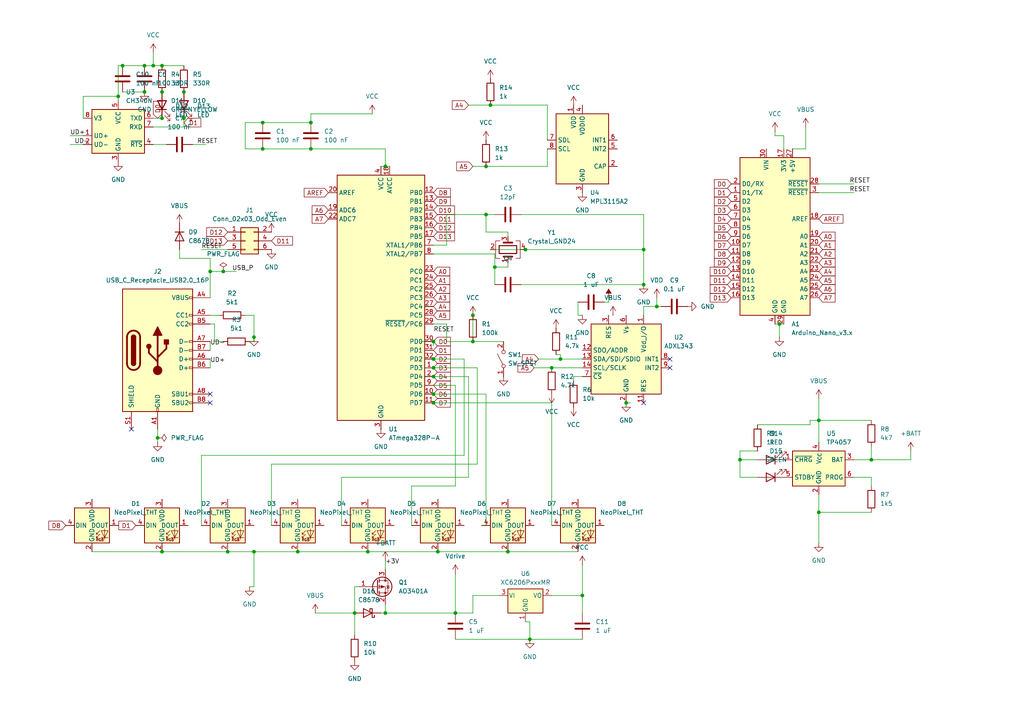
<source format=kicad_sch>
(kicad_sch (version 20231120) (generator "eeschema") (generator_version "8.0")
  (paper "A4")
  (junction (at 142.24 30.48))
  (junction (at 76.2 35.56))
  (junction (at 111.76 48.26))
  (junction (at 41.91 26.67))
  (junction (at 111.76 177.8))
  (junction (at 90.17 35.56))
  (junction (at 162.56 104.14))
  (junction (at 90.17 43.18))
  (junction (at 226.06 93.98))
  (junction (at 46.99 160.02))
  (junction (at 214.63 133.35))
  (junction (at 125.73 114.3))
  (junction (at 53.34 26.67))
  (junction (at 45.72 127))
  (junction (at 35.56 19.05))
  (junction (at 143.51 77.47))
  (junction (at 181.61 116.84))
  (junction (at 34.29 27.94))
  (junction (at 153.67 185.42))
  (junction (at 190.5 88.9))
  (junction (at 66.04 160.02))
  (junction (at 160.02 106.68))
  (junction (at 44.45 19.05))
  (junction (at 86.36 160.02))
  (junction (at 140.97 48.26))
  (junction (at 125.73 109.22))
  (junction (at 46.99 26.67))
  (junction (at 186.69 72.39))
  (junction (at 137.16 99.06))
  (junction (at 147.32 160.02))
  (junction (at 237.49 148.59))
  (junction (at 125.73 116.84))
  (junction (at 76.2 43.18))
  (junction (at 102.87 177.8))
  (junction (at 140.97 62.23))
  (junction (at 237.49 121.92))
  (junction (at 152.4 72.39))
  (junction (at 41.91 19.05))
  (junction (at 186.69 82.55))
  (junction (at 125.73 99.06))
  (junction (at 137.16 91.44))
  (junction (at 46.99 19.05))
  (junction (at 60.96 78.74))
  (junction (at 125.73 106.68))
  (junction (at 46.99 34.29))
  (junction (at 53.34 34.29))
  (junction (at 252.73 133.35))
  (junction (at 168.91 172.72))
  (junction (at 127 160.02))
  (junction (at 106.68 160.02))
  (junction (at 125.73 104.14))
  (junction (at 73.66 160.02))
  (junction (at 64.77 78.74))
  (junction (at 73.66 97.79))
  (junction (at 132.08 177.8))
  (no_connect (at 186.69 116.84))
  (no_connect (at 60.96 114.3))
  (no_connect (at 194.31 104.14))
  (no_connect (at 194.31 106.68))
  (no_connect (at 60.96 116.84))
  (no_connect (at 38.1 124.46))
  (wire (pts (xy 111.76 43.18) (xy 111.76 48.26)))
  (wire (pts (xy 125.73 104.14) (xy 134.62 104.14)))
  (wire (pts (xy 52.07 72.39) (xy 52.07 74.93)))
  (wire (pts (xy 151.13 62.23) (xy 186.69 62.23)))
  (wire (pts (xy 135.89 109.22) (xy 135.89 138.43)))
  (wire (pts (xy 52.07 74.93) (xy 60.96 74.93)))
  (wire (pts (xy 102.87 177.8) (xy 102.87 170.18)))
  (wire (pts (xy 90.17 33.02) (xy 107.95 33.02)))
  (wire (pts (xy 142.24 30.48) (xy 158.75 30.48)))
  (wire (pts (xy 252.73 133.35) (xy 264.16 133.35)))
  (wire (pts (xy 53.34 34.29) (xy 53.34 36.83)))
  (wire (pts (xy 102.87 184.15) (xy 102.87 177.8)))
  (wire (pts (xy 44.45 19.05) (xy 46.99 19.05)))
  (wire (pts (xy 226.06 93.98) (xy 227.33 93.98)))
  (wire (pts (xy 219.71 123.19) (xy 234.95 123.19)))
  (wire (pts (xy 125.73 100.33) (xy 125.73 99.06)))
  (wire (pts (xy 35.56 19.05) (xy 34.29 19.05)))
  (wire (pts (xy 123.19 109.22) (xy 125.73 109.22)))
  (wire (pts (xy 60.96 91.44) (xy 63.5 91.44)))
  (wire (pts (xy 160.02 172.72) (xy 168.91 172.72)))
  (wire (pts (xy 123.19 104.14) (xy 125.73 104.14)))
  (wire (pts (xy 134.62 132.08) (xy 134.62 104.14)))
  (wire (pts (xy 237.49 55.88) (xy 247.65 55.88)))
  (wire (pts (xy 186.69 88.9) (xy 186.69 91.44)))
  (wire (pts (xy 46.99 160.02) (xy 66.04 160.02)))
  (wire (pts (xy 125.73 73.66) (xy 143.51 73.66)))
  (wire (pts (xy 58.42 72.39) (xy 66.04 72.39)))
  (wire (pts (xy 123.19 88.9) (xy 125.73 88.9)))
  (wire (pts (xy 181.61 118.11) (xy 181.61 116.84)))
  (wire (pts (xy 137.16 91.44) (xy 137.16 99.06)))
  (wire (pts (xy 186.69 82.55) (xy 186.69 72.39)))
  (wire (pts (xy 214.63 133.35) (xy 214.63 138.43)))
  (wire (pts (xy 137.16 177.8) (xy 137.16 172.72)))
  (wire (pts (xy 140.97 67.31) (xy 147.32 67.31)))
  (wire (pts (xy 237.49 121.92) (xy 237.49 128.27)))
  (wire (pts (xy 214.63 133.35) (xy 219.71 133.35)))
  (wire (pts (xy 76.2 35.56) (xy 90.17 35.56)))
  (wire (pts (xy 167.64 91.44) (xy 168.91 91.44)))
  (wire (pts (xy 190.5 88.9) (xy 191.77 88.9)))
  (wire (pts (xy 55.88 41.91) (xy 59.69 41.91)))
  (wire (pts (xy 162.56 102.87) (xy 162.56 104.14)))
  (wire (pts (xy 190.5 88.9) (xy 186.69 88.9)))
  (wire (pts (xy 147.32 67.31) (xy 147.32 68.58)))
  (wire (pts (xy 140.97 48.26) (xy 158.75 48.26)))
  (wire (pts (xy 111.76 48.26) (xy 110.49 48.26)))
  (wire (pts (xy 229.87 43.18) (xy 233.68 43.18)))
  (wire (pts (xy 60.96 86.36) (xy 60.96 78.74)))
  (wire (pts (xy 154.94 106.68) (xy 160.02 106.68)))
  (wire (pts (xy 90.17 43.18) (xy 111.76 43.18)))
  (wire (pts (xy 71.12 43.18) (xy 76.2 43.18)))
  (wire (pts (xy 110.49 177.8) (xy 111.76 177.8)))
  (wire (pts (xy 86.36 160.02) (xy 106.68 160.02)))
  (wire (pts (xy 132.08 111.76) (xy 132.08 140.97)))
  (wire (pts (xy 153.67 185.42) (xy 153.67 180.34)))
  (wire (pts (xy 237.49 143.51) (xy 237.49 148.59)))
  (wire (pts (xy 137.16 99.06) (xy 146.05 99.06)))
  (wire (pts (xy 111.76 48.26) (xy 113.03 48.26)))
  (wire (pts (xy 44.45 41.91) (xy 48.26 41.91)))
  (wire (pts (xy 73.66 160.02) (xy 86.36 160.02)))
  (wire (pts (xy 66.04 160.02) (xy 73.66 160.02)))
  (wire (pts (xy 62.23 99.06) (xy 62.23 93.98)))
  (wire (pts (xy 72.39 99.06) (xy 73.66 99.06)))
  (wire (pts (xy 214.63 138.43) (xy 219.71 138.43)))
  (wire (pts (xy 64.77 78.74) (xy 68.58 78.74)))
  (wire (pts (xy 140.97 62.23) (xy 129.54 62.23)))
  (wire (pts (xy 186.69 62.23) (xy 186.69 72.39)))
  (wire (pts (xy 46.99 19.05) (xy 53.34 19.05)))
  (wire (pts (xy 153.67 185.42) (xy 168.91 185.42)))
  (wire (pts (xy 227.33 43.18) (xy 227.33 39.37)))
  (wire (pts (xy 20.32 39.37) (xy 24.13 39.37)))
  (wire (pts (xy 234.95 123.19) (xy 234.95 121.92)))
  (wire (pts (xy 142.24 72.39) (xy 152.4 72.39)))
  (wire (pts (xy 44.45 15.24) (xy 44.45 19.05)))
  (wire (pts (xy 167.64 87.63) (xy 167.64 91.44)))
  (wire (pts (xy 138.43 134.62) (xy 78.74 134.62)))
  (wire (pts (xy 73.66 99.06) (xy 73.66 97.79)))
  (wire (pts (xy 168.91 172.72) (xy 168.91 177.8)))
  (wire (pts (xy 90.17 33.02) (xy 90.17 35.56)))
  (wire (pts (xy 62.23 93.98) (xy 60.96 93.98)))
  (wire (pts (xy 140.97 152.4) (xy 139.7 152.4)))
  (wire (pts (xy 73.66 170.18) (xy 72.39 170.18)))
  (wire (pts (xy 181.61 116.84) (xy 182.88 116.84)))
  (wire (pts (xy 53.34 36.83) (xy 44.45 36.83)))
  (wire (pts (xy 140.97 62.23) (xy 140.97 67.31)))
  (wire (pts (xy 60.96 99.06) (xy 60.96 101.6)))
  (wire (pts (xy 106.68 160.02) (xy 127 160.02)))
  (wire (pts (xy 73.66 91.44) (xy 73.66 97.79)))
  (wire (pts (xy 76.2 43.18) (xy 90.17 43.18)))
  (wire (pts (xy 147.32 160.02) (xy 167.64 160.02)))
  (wire (pts (xy 123.19 106.68) (xy 125.73 106.68)))
  (wire (pts (xy 151.13 82.55) (xy 186.69 82.55)))
  (wire (pts (xy 45.72 127) (xy 45.72 128.27)))
  (wire (pts (xy 78.74 134.62) (xy 78.74 152.4)))
  (wire (pts (xy 99.06 138.43) (xy 99.06 152.4)))
  (wire (pts (xy 237.49 115.57) (xy 237.49 121.92)))
  (wire (pts (xy 44.45 19.05) (xy 41.91 19.05)))
  (wire (pts (xy 224.79 38.1) (xy 224.79 39.37)))
  (wire (pts (xy 214.63 130.81) (xy 214.63 133.35)))
  (wire (pts (xy 176.53 86.36) (xy 176.53 87.63)))
  (wire (pts (xy 58.42 152.4) (xy 58.42 132.08)))
  (wire (pts (xy 138.43 106.68) (xy 138.43 134.62)))
  (wire (pts (xy 62.23 99.06) (xy 64.77 99.06)))
  (wire (pts (xy 125.73 106.68) (xy 138.43 106.68)))
  (wire (pts (xy 161.29 102.87) (xy 162.56 102.87)))
  (wire (pts (xy 73.66 160.02) (xy 73.66 170.18)))
  (wire (pts (xy 24.13 27.94) (xy 34.29 27.94)))
  (wire (pts (xy 123.19 116.84) (xy 125.73 116.84)))
  (wire (pts (xy 111.76 177.8) (xy 111.76 175.26)))
  (wire (pts (xy 111.76 162.56) (xy 111.76 165.1)))
  (wire (pts (xy 123.19 101.6) (xy 125.73 101.6)))
  (wire (pts (xy 234.95 121.92) (xy 237.49 121.92)))
  (wire (pts (xy 168.91 163.83) (xy 168.91 172.72)))
  (wire (pts (xy 143.51 77.47) (xy 143.51 82.55)))
  (wire (pts (xy 91.44 177.8) (xy 102.87 177.8)))
  (wire (pts (xy 34.29 27.94) (xy 34.29 29.21)))
  (wire (pts (xy 24.13 34.29) (xy 24.13 27.94)))
  (wire (pts (xy 58.42 132.08) (xy 134.62 132.08)))
  (wire (pts (xy 166.37 110.49) (xy 166.37 109.22)))
  (wire (pts (xy 121.92 99.06) (xy 125.73 99.06)))
  (wire (pts (xy 123.19 114.3) (xy 125.73 114.3)))
  (wire (pts (xy 264.16 130.81) (xy 264.16 133.35)))
  (wire (pts (xy 143.51 73.66) (xy 143.51 77.47)))
  (wire (pts (xy 176.53 87.63) (xy 175.26 87.63)))
  (wire (pts (xy 35.56 26.67) (xy 41.91 26.67)))
  (wire (pts (xy 129.54 62.23) (xy 129.54 71.12)))
  (wire (pts (xy 137.16 48.26) (xy 140.97 48.26)))
  (wire (pts (xy 44.45 34.29) (xy 46.99 34.29)))
  (wire (pts (xy 162.56 104.14) (xy 168.91 104.14)))
  (wire (pts (xy 125.73 114.3) (xy 140.97 114.3)))
  (wire (pts (xy 102.87 170.18) (xy 104.14 170.18)))
  (wire (pts (xy 226.06 93.98) (xy 226.06 97.79)))
  (wire (pts (xy 237.49 53.34) (xy 247.65 53.34)))
  (wire (pts (xy 132.08 177.8) (xy 137.16 177.8)))
  (wire (pts (xy 158.75 48.26) (xy 158.75 43.18)))
  (wire (pts (xy 160.02 116.84) (xy 160.02 152.4)))
  (wire (pts (xy 60.96 78.74) (xy 64.77 78.74)))
  (wire (pts (xy 156.21 104.14) (xy 162.56 104.14)))
  (wire (pts (xy 60.96 78.74) (xy 60.96 74.93)))
  (wire (pts (xy 247.65 138.43) (xy 252.73 138.43)))
  (wire (pts (xy 166.37 109.22) (xy 168.91 109.22)))
  (wire (pts (xy 140.97 114.3) (xy 140.97 152.4)))
  (wire (pts (xy 20.32 41.91) (xy 24.13 41.91)))
  (wire (pts (xy 129.54 93.98) (xy 125.73 93.98)))
  (wire (pts (xy 26.67 160.02) (xy 46.99 160.02)))
  (wire (pts (xy 71.12 35.56) (xy 71.12 43.18)))
  (wire (pts (xy 237.49 148.59) (xy 237.49 157.48)))
  (wire (pts (xy 111.76 177.8) (xy 132.08 177.8)))
  (wire (pts (xy 45.72 124.46) (xy 45.72 127)))
  (wire (pts (xy 129.54 99.06) (xy 129.54 93.98)))
  (wire (pts (xy 41.91 19.05) (xy 35.56 19.05)))
  (wire (pts (xy 247.65 133.35) (xy 252.73 133.35)))
  (wire (pts (xy 252.73 138.43) (xy 252.73 140.97)))
  (wire (pts (xy 233.68 43.18) (xy 233.68 36.83)))
  (wire (pts (xy 158.75 30.48) (xy 158.75 40.64)))
  (wire (pts (xy 125.73 116.84) (xy 160.02 116.84)))
  (wire (pts (xy 119.38 140.97) (xy 119.38 152.4)))
  (wire (pts (xy 160.02 106.68) (xy 168.91 106.68)))
  (wire (pts (xy 60.96 104.14) (xy 60.96 106.68)))
  (wire (pts (xy 135.89 30.48) (xy 142.24 30.48)))
  (wire (pts (xy 224.79 93.98) (xy 226.06 93.98)))
  (wire (pts (xy 219.71 130.81) (xy 214.63 130.81)))
  (wire (pts (xy 190.5 86.36) (xy 190.5 88.9)))
  (wire (pts (xy 129.54 71.12) (xy 125.73 71.12)))
  (wire (pts (xy 137.16 172.72) (xy 144.78 172.72)))
  (wire (pts (xy 71.12 35.56) (xy 76.2 35.56)))
  (wire (pts (xy 125.73 111.76) (xy 132.08 111.76)))
  (wire (pts (xy 132.08 185.42) (xy 153.67 185.42)))
  (wire (pts (xy 143.51 62.23) (xy 140.97 62.23)))
  (wire (pts (xy 125.73 109.22) (xy 135.89 109.22)))
  (wire (pts (xy 143.51 77.47) (xy 147.32 77.47)))
  (wire (pts (xy 152.4 72.39) (xy 186.69 72.39)))
  (wire (pts (xy 34.29 19.05) (xy 34.29 27.94)))
  (wire (pts (xy 127 160.02) (xy 147.32 160.02)))
  (wire (pts (xy 153.67 180.34) (xy 152.4 180.34)))
  (wire (pts (xy 132.08 140.97) (xy 119.38 140.97)))
  (wire (pts (xy 252.73 121.92) (xy 237.49 121.92)))
  (wire (pts (xy 147.32 76.2) (xy 147.32 77.47)))
  (wire (pts (xy 137.16 99.06) (xy 129.54 99.06)))
  (wire (pts (xy 252.73 129.54) (xy 252.73 133.35)))
  (wire (pts (xy 135.89 138.43) (xy 99.06 138.43)))
  (wire (pts (xy 71.12 91.44) (xy 73.66 91.44)))
  (wire (pts (xy 237.49 148.59) (xy 252.73 148.59)))
  (wire (pts (xy 132.08 177.8) (xy 132.08 166.37)))
  (wire (pts (xy 227.33 39.37) (xy 224.79 39.37)))
  (label "RESET" (at 246.38 53.34 0))
  (label "USB_P" (at 67.31 78.74 0))
  (label "RESET" (at 57.15 41.91 0))
  (label "UD-" (at 21.59 41.91 0))
  (label "+3V" (at 111.76 163.83 0))
  (label "UD+" (at 60.96 105.41 0))
  (label "UD-" (at 60.96 100.33 0))
  (label "RESET" (at 246.38 55.88 0))
  (label "RESET" (at 125.73 96.52 0))
  (label "RESET" (at 58.42 72.39 0))
  (label "UD+" (at 20.32 39.37 0))
  (global_label "D1" (shape input) (at 212.09 55.88 180) (property "Intersheetrefs" "${INTERSHEET_REFS}" (effects (hide yes))))
  (global_label "A1" (shape input) (at 237.49 71.12 0) (property "Intersheetrefs" "${INTERSHEET_REFS}" (effects (hide yes))))
  (global_label "A3" (shape input) (at 237.49 76.2 0) (property "Intersheetrefs" "${INTERSHEET_REFS}" (effects (hide yes))))
  (global_label "D9" (shape input) (at 212.09 76.2 180) (property "Intersheetrefs" "${INTERSHEET_REFS}" (effects (hide yes))))
  (global_label "A6" (shape input) (at 95.25 60.96 180) (property "Intersheetrefs" "${INTERSHEET_REFS}" (effects (hide yes))))
  (global_label "D7" (shape input) (at 212.09 71.12 180) (property "Intersheetrefs" "${INTERSHEET_REFS}" (effects (hide yes))))
  (global_label "A7" (shape input) (at 237.49 86.36 0) (property "Intersheetrefs" "${INTERSHEET_REFS}" (effects (hide yes))))
  (global_label "D3" (shape input) (at 212.09 60.96 180) (property "Intersheetrefs" "${INTERSHEET_REFS}" (effects (hide yes))))
  (global_label "D12" (shape input) (at 66.04 67.31 180) (property "Intersheetrefs" "${INTERSHEET_REFS}" (effects (hide yes))))
  (global_label "D12" (shape input) (at 125.73 66.04 0) (property "Intersheetrefs" "${INTERSHEET_REFS}" (effects (hide yes))))
  (global_label "D9" (shape input) (at 125.73 58.42 0) (property "Intersheetrefs" "${INTERSHEET_REFS}" (effects (hide yes))))
  (global_label "A5" (shape input) (at 237.49 81.28 0) (property "Intersheetrefs" "${INTERSHEET_REFS}" (effects (hide yes))))
  (global_label "D8" (shape input) (at 212.09 73.66 180) (property "Intersheetrefs" "${INTERSHEET_REFS}" (effects (hide yes))))
  (global_label "D13" (shape input) (at 125.73 68.58 0) (property "Intersheetrefs" "${INTERSHEET_REFS}" (effects (hide yes))))
  (global_label "D2" (shape input) (at 212.09 58.42 180) (property "Intersheetrefs" "${INTERSHEET_REFS}" (effects (hide yes))))
  (global_label "D5" (shape input) (at 212.09 66.04 180) (property "Intersheetrefs" "${INTERSHEET_REFS}" (effects (hide yes))))
  (global_label "A5" (shape input) (at 154.94 106.68 180) (property "Intersheetrefs" "${INTERSHEET_REFS}" (effects (hide yes))))
  (global_label "D10" (shape input) (at 125.73 60.96 0) (property "Intersheetrefs" "${INTERSHEET_REFS}" (effects (hide yes))))
  (global_label "D12" (shape input) (at 212.09 83.82 180) (property "Intersheetrefs" "${INTERSHEET_REFS}" (effects (hide yes))))
  (global_label "D6" (shape input) (at 212.09 68.58 180) (property "Intersheetrefs" "${INTERSHEET_REFS}" (effects (hide yes))))
  (global_label "A5" (shape input) (at 125.73 91.44 0) (property "Intersheetrefs" "${INTERSHEET_REFS}" (effects (hide yes))))
  (global_label "A4" (shape input) (at 237.49 78.74 0) (property "Intersheetrefs" "${INTERSHEET_REFS}" (effects (hide yes))))
  (global_label "D10" (shape input) (at 212.09 78.74 180) (property "Intersheetrefs" "${INTERSHEET_REFS}" (effects (hide yes))))
  (global_label "AREF" (shape input) (at 237.49 63.5 0) (property "Intersheetrefs" "${INTERSHEET_REFS}" (effects (hide yes))))
  (global_label "D1" (shape input) (at 39.37 152.4 180) (property "Intersheetrefs" "${INTERSHEET_REFS}" (effects (hide yes))))
  (global_label "D11" (shape input) (at 125.73 63.5 0) (property "Intersheetrefs" "${INTERSHEET_REFS}" (effects (hide yes))))
  (global_label "A0" (shape input) (at 237.49 68.58 0) (property "Intersheetrefs" "${INTERSHEET_REFS}" (effects (hide yes))))
  (global_label "D5" (shape input) (at 125.73 111.76 0) (property "Intersheetrefs" "${INTERSHEET_REFS}" (effects (hide yes))))
  (global_label "D7" (shape input) (at 125.73 116.84 0) (property "Intersheetrefs" "${INTERSHEET_REFS}" (effects (hide yes))))
  (global_label "D0" (shape input) (at 212.09 53.34 180) (property "Intersheetrefs" "${INTERSHEET_REFS}" (effects (hide yes))))
  (global_label "D8" (shape input) (at 125.73 55.88 0) (property "Intersheetrefs" "${INTERSHEET_REFS}" (effects (hide yes))))
  (global_label "A4" (shape input) (at 156.21 104.14 180) (property "Intersheetrefs" "${INTERSHEET_REFS}" (effects (hide yes))))
  (global_label "A2" (shape input) (at 237.49 73.66 0) (property "Intersheetrefs" "${INTERSHEET_REFS}" (effects (hide yes))))
  (global_label "D11" (shape input) (at 212.09 81.28 180) (property "Intersheetrefs" "${INTERSHEET_REFS}" (effects (hide yes))))
  (global_label "A1" (shape input) (at 125.73 81.28 0) (property "Intersheetrefs" "${INTERSHEET_REFS}" (effects (hide yes))))
  (global_label "A6" (shape input) (at 237.49 83.82 0) (property "Intersheetrefs" "${INTERSHEET_REFS}" (effects (hide yes))))
  (global_label "A3" (shape input) (at 125.73 86.36 0) (property "Intersheetrefs" "${INTERSHEET_REFS}" (effects (hide yes))))
  (global_label "D4" (shape input) (at 212.09 63.5 180) (property "Intersheetrefs" "${INTERSHEET_REFS}" (effects (hide yes))))
  (global_label "D0" (shape input) (at 45.72 34.29 90) (property "Intersheetrefs" "${INTERSHEET_REFS}" (effects (hide yes))))
  (global_label "D1" (shape input) (at 125.73 101.6 0) (property "Intersheetrefs" "${INTERSHEET_REFS}" (effects (hide yes))))
  (global_label "D8" (shape input) (at 19.05 152.4 180) (property "Intersheetrefs" "${INTERSHEET_REFS}" (effects (hide yes))))
  (global_label "AREF" (shape input) (at 95.25 55.88 180) (property "Intersheetrefs" "${INTERSHEET_REFS}" (effects (hide yes))))
  (global_label "D4" (shape input) (at 125.73 109.22 0) (property "Intersheetrefs" "${INTERSHEET_REFS}" (effects (hide yes))))
  (global_label "A0" (shape input) (at 125.73 78.74 0) (property "Intersheetrefs" "${INTERSHEET_REFS}" (effects (hide yes))))
  (global_label "D1" (shape input) (at 53.34 35.56 0) (property "Intersheetrefs" "${INTERSHEET_REFS}" (effects (hide yes))))
  (global_label "D13" (shape input) (at 66.04 69.85 180) (property "Intersheetrefs" "${INTERSHEET_REFS}" (effects (hide yes))))
  (global_label "D11" (shape input) (at 78.74 69.85 0) (property "Intersheetrefs" "${INTERSHEET_REFS}" (effects (hide yes))))
  (global_label "D6" (shape input) (at 125.73 114.3 0) (property "Intersheetrefs" "${INTERSHEET_REFS}" (effects (hide yes))))
  (global_label "A7" (shape input) (at 95.25 63.5 180) (property "Intersheetrefs" "${INTERSHEET_REFS}" (effects (hide yes))))
  (global_label "A4" (shape input) (at 135.89 30.48 180) (property "Intersheetrefs" "${INTERSHEET_REFS}" (effects (hide yes))))
  (global_label "A2" (shape input) (at 125.73 83.82 0) (property "Intersheetrefs" "${INTERSHEET_REFS}" (effects (hide yes))))
  (global_label "D0" (shape input) (at 125.73 99.06 0) (property "Intersheetrefs" "${INTERSHEET_REFS}" (effects (hide yes))))
  (global_label "D3" (shape input) (at 125.73 106.68 0) (property "Intersheetrefs" "${INTERSHEET_REFS}" (effects (hide yes))))
  (global_label "A4" (shape input) (at 125.73 88.9 0) (property "Intersheetrefs" "${INTERSHEET_REFS}" (effects (hide yes))))
  (global_label "D2" (shape input) (at 125.73 104.14 0) (property "Intersheetrefs" "${INTERSHEET_REFS}" (effects (hide yes))))
  (global_label "A5" (shape input) (at 137.16 48.26 180) (property "Intersheetrefs" "${INTERSHEET_REFS}" (effects (hide yes))))
  (global_label "D13" (shape input) (at 212.09 86.36 180) (property "Intersheetrefs" "${INTERSHEET_REFS}" (effects (hide yes))))
  (symbol (lib_id "power:VCC") (at 78.74 67.31 0) (unit 1)
    (property "Reference" "#PWR06" (effects (hide yes)))
    (property "Value" "VCC" (at 78.74 62.23 0))
    (property "Description" "Power symbol creates a global label with name \"VCC\"" (effects (hide yes)))
  )
  (symbol (lib_id "LED:NeoPixel_THT") (at 86.36 152.4 0) (unit 1)
    (property "Reference" "D4" (at 99.06 146.0814 0))
    (property "Value" "NeoPixel_THT" (at 99.06 148.6214 0))
    (property "Footprint" "LED_SMD:LED_WS2812_PLCC6_5.0x5.0mm_P1.6mm" (effects (hide yes)))
    (property "Datasheet" "https://www.adafruit.com/product/1938" (effects (hide yes)))
    (property "Description" "RGB LED with integrated controller, 5mm/8mm LED package" (effects (hide yes)))
  )
  (symbol (lib_id "power:VBUS") (at 177.8 91.44 0) (unit 1)
    (property "Reference" "#PWR028" (effects (hide yes)))
    (property "Value" "VBUS" (at 177.8 86.36 0))
    (property "Description" "Power symbol creates a global label with name \"VBUS\"" (effects (hide yes)))
  )
  (symbol (lib_id "power:GND") (at 41.91 26.67 0) (unit 1)
    (property "Reference" "#PWR017" (effects (hide yes)))
    (property "Value" "GND" (at 41.91 31.75 0))
    (property "Description" "Power symbol creates a global label with name \"GND\" , ground" (effects (hide yes)))
  )
  (symbol (lib_id "Device:D") (at 53.34 30.48 90) (unit 1)
    (property "Reference" "D10" (at 55.88 29.2099 90) (effects (justify right)))
    (property "Value" "YELLOW" (at 55.88 31.7499 90) (effects (justify right)))
    (property "Footprint" "Diode_SMD:D_SMC_Handsoldering" (effects (hide yes)))
    (property "Description" "Diode" (effects (hide yes)))
    (property "Sim.Device" "D" (effects (hide yes)))
    (property "Sim.Pins" "1=K 2=A" (effects (hide yes)))
  )
  (symbol (lib_id "Device:R") (at 140.97 44.45 0) (unit 1)
    (property "Reference" "R13" (at 143.51 43.1799 0) (effects (justify left)))
    (property "Value" "1k" (at 143.51 45.7199 0) (effects (justify left)))
    (property "Footprint" "Resistor_SMD:R_0805_2012Metric_Pad1.20x1.40mm_HandSolder" (effects (hide yes)))
    (property "Description" "Resistor" (effects (hide yes)))
  )
  (symbol (lib_id "power:VCC") (at 107.95 33.02 0) (unit 1)
    (property "Reference" "#PWR01" (effects (hide yes)))
    (property "Value" "VCC" (at 107.95 27.94 0))
    (property "Description" "Power symbol creates a global label with name \"VCC\"" (effects (hide yes)))
  )
  (symbol (lib_id "power:VCC") (at 161.29 95.25 0) (unit 1)
    (property "Reference" "#PWR036" (effects (hide yes)))
    (property "Value" "VCC" (at 161.29 90.17 0))
    (property "Description" "Power symbol creates a global label with name \"VCC\"" (effects (hide yes)))
  )
  (symbol (lib_id "power:GND") (at 237.49 157.48 0) (unit 1)
    (property "Reference" "#PWR014" (effects (hide yes)))
    (property "Value" "GND" (at 237.49 162.56 0))
    (property "Description" "Power symbol creates a global label with name \"GND\" , ground" (effects (hide yes)))
  )
  (symbol (lib_id "Device:R") (at 166.37 114.3 0) (unit 1)
    (property "Reference" "R6" (at 168.91 113.0299 0) (effects (justify left)))
    (property "Value" "10k" (at 168.91 115.5699 0) (effects (justify left)))
    (property "Footprint" "Resistor_SMD:R_0805_2012Metric_Pad1.20x1.40mm_HandSolder" (effects (hide yes)))
    (property "Description" "Resistor" (effects (hide yes)))
  )
  (symbol (lib_id "Device:R") (at 252.73 125.73 0) (unit 1)
    (property "Reference" "R8" (at 255.27 124.4599 0) (effects (justify left)))
    (property "Value" "4k7" (at 255.27 126.9999 0) (effects (justify left)))
    (property "Footprint" "Resistor_SMD:R_0805_2012Metric_Pad1.20x1.40mm_HandSolder" (effects (hide yes)))
    (property "Description" "Resistor" (effects (hide yes)))
  )
  (symbol (lib_id "power:GND") (at 186.69 82.55 0) (unit 1)
    (property "Reference" "#PWR03" (effects (hide yes)))
    (property "Value" "GND" (at 186.69 87.63 0))
    (property "Description" "Power symbol creates a global label with name \"GND\" , ground" (effects (hide yes)))
  )
  (symbol (lib_id "Device:C") (at 195.58 88.9 90) (unit 1)
    (property "Reference" "C9" (at 195.58 81.28 90))
    (property "Value" "0.1 uF" (at 195.58 83.82 90))
    (property "Footprint" "Capacitor_SMD:C_0805_2012Metric_Pad1.18x1.45mm_HandSolder" (effects (hide yes)))
    (property "Description" "Unpolarized capacitor" (effects (hide yes)))
  )
  (symbol (lib_id "power:VBUS") (at 233.68 36.83 0) (unit 1)
    (property "Reference" "#PWR026" (effects (hide yes)))
    (property "Value" "VBUS" (at 233.68 31.75 0))
    (property "Description" "Power symbol creates a global label with name \"VBUS\"" (effects (hide yes)))
  )
  (symbol (lib_id "Regulator_Linear:XC6206PxxxMR") (at 152.4 172.72 0) (unit 1)
    (property "Reference" "U6" (at 152.4 166.37 0))
    (property "Value" "XC6206PxxxMR" (at 152.4 168.91 0))
    (property "Footprint" "Package_TO_SOT_SMD:SOT-23-3" (effects (hide yes)))
    (property "Datasheet" "https://www.torexsemi.com/file/xc6206/XC6206.pdf" (effects (hide yes)))
    (property "Description" "Positive 60-250mA Low Dropout Regulator, Fixed Output, SOT-23" (effects (hide yes)))
  )
  (symbol (lib_id "Device:C") (at 76.2 39.37 0) (unit 1)
    (property "Reference" "C1" (at 80.01 38.0999 0) (effects (justify left)))
    (property "Value" "100 nF" (at 80.01 40.6399 0) (effects (justify left)))
    (property "Footprint" "Capacitor_SMD:C_0805_2012Metric_Pad1.18x1.45mm_HandSolder" (effects (hide yes)))
    (property "Description" "Unpolarized capacitor" (effects (hide yes)))
  )
  (symbol (lib_id "power:GND") (at 226.06 97.79 0) (unit 1)
    (property "Reference" "#PWR024" (effects (hide yes)))
    (property "Value" "GND" (at 226.06 102.87 0))
    (property "Description" "Power symbol creates a global label with name \"GND\" , ground" (effects (hide yes)))
  )
  (symbol (lib_id "power:GND") (at 110.49 124.46 0) (unit 1)
    (property "Reference" "#PWR02" (effects (hide yes)))
    (property "Value" "GND" (at 110.49 129.54 0))
    (property "Description" "Power symbol creates a global label with name \"GND\" , ground" (effects (hide yes)))
  )
  (symbol (lib_id "LED:NeoPixel_THT") (at 46.99 152.4 0) (unit 1)
    (property "Reference" "D2" (at 59.69 146.0814 0))
    (property "Value" "NeoPixel_THT" (at 59.69 148.6214 0))
    (property "Footprint" "LED_SMD:LED_WS2812_PLCC6_5.0x5.0mm_P1.6mm" (effects (hide yes)))
    (property "Datasheet" "https://www.adafruit.com/product/1938" (effects (hide yes)))
    (property "Description" "RGB LED with integrated controller, 5mm/8mm LED package" (effects (hide yes)))
  )
  (symbol (lib_id "power:GND") (at 146.05 109.22 0) (unit 1)
    (property "Reference" "#PWR05" (effects (hide yes)))
    (property "Value" "GND" (at 146.05 114.3 0))
    (property "Description" "Power symbol creates a global label with name \"GND\" , ground" (effects (hide yes)))
  )
  (symbol (lib_id "power:GND") (at 168.91 91.44 0) (unit 1)
    (property "Reference" "#PWR018" (effects (hide yes)))
    (property "Value" "GND" (at 168.91 96.52 0))
    (property "Description" "Power symbol creates a global label with name \"GND\" , ground" (effects (hide yes)))
  )
  (symbol (lib_id "power:GND") (at 153.67 185.42 0) (unit 1)
    (property "Reference" "#PWR035" (effects (hide yes)))
    (property "Value" "GND" (at 153.67 190.5 0))
    (property "Description" "Power symbol creates a global label with name \"GND\" , ground" (effects (hide yes)))
  )
  (symbol (lib_id "Device:D_Schottky") (at 106.68 177.8 180) (unit 1)
    (property "Reference" "D16" (at 106.9975 171.45 0))
    (property "Value" "C8678" (at 106.9975 173.99 0))
    (property "Footprint" "Diode_SMD:D_SMA" (effects (hide yes)))
    (property "Description" "Schottky diode" (effects (hide yes)))
  )
  (symbol (lib_id "Device:LED") (at 223.52 138.43 180) (unit 1)
    (property "Reference" "D15" (at 225.1075 130.81 0))
    (property "Value" "GREEN" (at 225.1075 133.35 0))
    (property "Footprint" "Diode_SMD:D_1206_3216Metric_Pad1.42x1.75mm_HandSolder" (effects (hide yes)))
    (property "Description" "Light emitting diode" (effects (hide yes)))
  )
  (symbol (lib_id "power:PWR_FLAG") (at 64.77 78.74 0) (unit 1)
    (property "Reference" "#FLG02" (effects (hide yes)))
    (property "Value" "PWR_FLAG" (at 64.77 73.66 0))
    (property "Description" "Special symbol for telling ERC where power comes from" (effects (hide yes)))
  )
  (symbol (lib_id "MCU_Microchip_ATmega:ATmega328P-A") (at 110.49 86.36 0) (unit 1)
    (property "Reference" "U1" (at 112.6841 124.46 0) (effects (justify left)))
    (property "Value" "ATmega328P-A" (at 112.6841 127 0) (effects (justify left)))
    (property "Footprint" "Package_QFP:TQFP-32_7x7mm_P0.8mm" (effects (hide yes)))
    (property "Datasheet" "http://ww1.microchip.com/downloads/en/DeviceDoc/ATmega328_P%20AVR%20MCU%20with%20picoPower%20Technology%20Data%20Sheet%2040001984A.pdf" (effects (hide yes)))
    (property "Description" "20MHz, 32kB Flash, 2kB SRAM, 1kB EEPROM, TQFP-32" (effects (hide yes)))
  )
  (symbol (lib_id "Device:C") (at 41.91 22.86 0) (unit 1)
    (property "Reference" "C6" (at 45.72 21.5899 0) (effects (justify left)))
    (property "Value" "100 nF" (at 45.72 24.1299 0) (effects (justify left)))
    (property "Footprint" "Capacitor_SMD:C_0805_2012Metric_Pad1.18x1.45mm_HandSolder" (effects (hide yes)))
    (property "Description" "Unpolarized capacitor" (effects (hide yes)))
  )
  (symbol (lib_id "power:VCC") (at 166.37 118.11 180) (unit 1)
    (property "Reference" "#PWR021" (effects (hide yes)))
    (property "Value" "VCC" (at 166.37 123.19 0))
    (property "Description" "Power symbol creates a global label with name \"VCC\"" (effects (hide yes)))
  )
  (symbol (lib_id "Device:C") (at 147.32 82.55 90) (unit 1)
    (property "Reference" "C4" (at 147.32 74.93 90))
    (property "Value" "12pF" (effects (hide yes)))
    (property "Footprint" "Capacitor_SMD:C_0805_2012Metric_Pad1.18x1.45mm_HandSolder" (effects (hide yes)))
    (property "Description" "Unpolarized capacitor" (effects (hide yes)))
  )
  (symbol (lib_id "power:VBUS") (at 91.44 177.8 0) (unit 1)
    (property "Reference" "#PWR030" (effects (hide yes)))
    (property "Value" "VBUS" (at 91.44 172.72 0))
    (property "Description" "Power symbol creates a global label with name \"VBUS\"" (effects (hide yes)))
  )
  (symbol (lib_id "Device:R") (at 161.29 99.06 0) (unit 1)
    (property "Reference" "R11" (at 163.83 97.7899 0) (effects (justify left)))
    (property "Value" "4.7k" (at 163.83 100.3299 0) (effects (justify left)))
    (property "Footprint" "Resistor_SMD:R_0805_2012Metric_Pad1.20x1.40mm_HandSolder" (effects (hide yes)))
    (property "Description" "Resistor" (effects (hide yes)))
  )
  (symbol (lib_id "Device:R") (at 102.87 187.96 0) (unit 1)
    (property "Reference" "R10" (at 105.41 186.6899 0) (effects (justify left)))
    (property "Value" "10k" (at 105.41 189.2299 0) (effects (justify left)))
    (property "Footprint" "Resistor_SMD:R_0805_2012Metric_Pad1.20x1.40mm_HandSolder" (effects (hide yes)))
    (property "Description" "Resistor" (effects (hide yes)))
  )
  (symbol (lib_id "power:PWR_FLAG") (at 45.72 127 270) (unit 1)
    (property "Reference" "#FLG01" (effects (hide yes)))
    (property "Value" "PWR_FLAG" (at 49.53 126.9999 90) (effects (justify left)))
    (property "Description" "Special symbol for telling ERC where power comes from" (effects (hide yes)))
  )
  (symbol (lib_id "Switch:SW_SPST") (at 146.05 104.14 90) (unit 1)
    (property "Reference" "SW1" (at 147.32 102.8699 90) (effects (justify right)))
    (property "Value" "SW_SPST" (at 147.32 105.4099 90) (effects (justify right)))
    (property "Footprint" "Button_Switch_SMD:SW_Push_1P1T_XKB_TS-1187A" (effects (hide yes)))
    (property "Description" "Single Pole Single Throw (SPST) switch" (effects (hide yes)))
  )
  (symbol (lib_id "Device:R") (at 160.02 110.49 0) (unit 1)
    (property "Reference" "R12" (at 162.56 109.2199 0) (effects (justify left)))
    (property "Value" "4.7k" (at 162.56 111.7599 0) (effects (justify left)))
    (property "Footprint" "Resistor_SMD:R_0805_2012Metric_Pad1.20x1.40mm_HandSolder" (effects (hide yes)))
    (property "Description" "Resistor" (effects (hide yes)))
  )
  (symbol (lib_id "Device:R") (at 68.58 99.06 270) (mirror x) (unit 1)
    (property "Reference" "R3" (at 68.58 92.71 90))
    (property "Value" "5k1" (at 68.58 95.25 90))
    (property "Footprint" "Resistor_SMD:R_0805_2012Metric_Pad1.20x1.40mm_HandSolder" (effects (hide yes)))
    (property "Description" "Resistor" (effects (hide yes)))
  )
  (symbol (lib_id "MCU_Module:Arduino_Nano_v3.x") (at 224.79 68.58 0) (unit 1)
    (property "Reference" "A1" (at 229.5241 93.98 0) (effects (justify left)))
    (property "Value" "Arduino_Nano_v3.x" (at 229.5241 96.52 0) (effects (justify left)))
    (property "Footprint" "Module:Arduino_Nano_WithMountingHoles" (effects (hide yes)))
    (property "Datasheet" "http://www.mouser.com/pdfdocs/Gravitech_Arduino_Nano3_0.pdf" (effects (hide yes)))
    (property "Description" "Arduino Nano v3.x" (effects (hide yes)))
  )
  (symbol (lib_id "power:VCC") (at 142.24 22.86 0) (unit 1)
    (property "Reference" "#PWR038" (effects (hide yes)))
    (property "Value" "VCC" (at 142.24 17.78 0))
    (property "Description" "Power symbol creates a global label with name \"VCC\"" (effects (hide yes)))
  )
  (symbol (lib_id "Device:LED") (at 53.34 30.48 90) (unit 1)
    (property "Reference" "D13" (at 57.15 30.7974 90) (effects (justify right)))
    (property "Value" "LED" (at 57.15 33.3374 90) (effects (justify right)))
    (property "Footprint" "Diode_SMD:D_1206_3216Metric_Pad1.42x1.75mm_HandSolder" (effects (hide yes)))
    (property "Description" "Light emitting diode" (effects (hide yes)))
  )
  (symbol (lib_id "Device:R") (at 67.31 91.44 90) (unit 1)
    (property "Reference" "R2" (at 67.31 85.09 90))
    (property "Value" "5k1" (at 67.31 87.63 90))
    (property "Footprint" "Resistor_SMD:R_0805_2012Metric_Pad1.20x1.40mm_HandSolder" (effects (hide yes)))
    (property "Description" "Resistor" (effects (hide yes)))
  )
  (symbol (lib_id "power:VCC") (at 160.02 114.3 180) (unit 1)
    (property "Reference" "#PWR037" (effects (hide yes)))
    (property "Value" "VCC" (at 160.02 119.38 0))
    (property "Description" "Power symbol creates a global label with name \"VCC\"" (effects (hide yes)))
  )
  (symbol (lib_id "Connector_Generic:Conn_02x03_Odd_Even") (at 71.12 69.85 0) (unit 1)
    (property "Reference" "J1" (at 72.39 60.96 0))
    (property "Value" "Conn_02x03_Odd_Even" (at 72.39 63.5 0))
    (property "Footprint" "Connector_PinHeader_2.54mm:PinHeader_2x03_P2.54mm_Vertical" (effects (hide yes)))
    (property "Description" "Generic connector, double row, 02x03, odd/even pin numbering scheme (row 1 odd numbers, row 2 even numbers), script generated (kicad-library-utils/schlib/autogen/connector/)" (effects (hide yes)))
  )
  (symbol (lib_id "Battery_Management:TP4057") (at 237.49 135.89 0) (unit 1)
    (property "Reference" "U5" (at 239.6841 125.73 0) (effects (justify left)))
    (property "Value" "TP4057" (at 239.6841 128.27 0) (effects (justify left)))
    (property "Footprint" "Package_TO_SOT_SMD:TSOT-23-5" (effects (hide yes)))
    (property "Datasheet" "http://toppwr.com/uploadfile/file/20230304/640302a47b738.pdf" (effects (hide yes)))
    (property "Description" "Constant-current/constant-voltage linear charger for single cell lithium-ion batteries with 2.9V Trickle Charge, 4.5V to 6.5V VDD, -40 to +85 degree Celsius, TSOT-23-5" (effects (hide yes)))
  )
  (symbol (lib_id "power:VCC") (at 44.45 15.24 0) (unit 1)
    (property "Reference" "#PWR027" (effects (hide yes)))
    (property "Value" "VCC" (at 44.45 10.16 0))
    (property "Description" "Power symbol creates a global label with name \"VCC\"" (effects (hide yes)))
  )
  (symbol (lib_id "Device:R") (at 219.71 127 0) (unit 1)
    (property "Reference" "R9" (at 222.25 125.7299 0) (effects (justify left)))
    (property "Value" "1k" (at 222.25 128.2699 0) (effects (justify left)))
    (property "Footprint" "Resistor_SMD:R_0805_2012Metric_Pad1.20x1.40mm_HandSolder" (effects (hide yes)))
    (property "Description" "Resistor" (effects (hide yes)))
  )
  (symbol (lib_id "power:GND") (at 78.74 72.39 0) (unit 1)
    (property "Reference" "#PWR07" (effects (hide yes)))
    (property "Value" "GND" (at 78.74 77.47 0))
    (property "Description" "Power symbol creates a global label with name \"GND\" , ground" (effects (hide yes)))
  )
  (symbol (lib_id "power:VCC") (at 224.79 38.1 0) (unit 1)
    (property "Reference" "#PWR025" (effects (hide yes)))
    (property "Value" "VCC" (at 224.79 33.02 0))
    (property "Description" "Power symbol creates a global label with name \"VCC\"" (effects (hide yes)))
  )
  (symbol (lib_id "power:GND") (at 199.39 88.9 90) (unit 1)
    (property "Reference" "#PWR020" (effects (hide yes)))
    (property "Value" "GND" (at 203.2 88.8999 90) (effects (justify right)))
    (property "Description" "Power symbol creates a global label with name \"GND\" , ground" (effects (hide yes)))
  )
  (symbol (lib_id "LED:NeoPixel_THT") (at 106.68 152.4 0) (unit 1)
    (property "Reference" "D5" (at 119.38 146.0814 0))
    (property "Value" "NeoPixel_THT" (at 119.38 148.6214 0))
    (property "Footprint" "LED_SMD:LED_WS2812_PLCC6_5.0x5.0mm_P1.6mm" (effects (hide yes)))
    (property "Datasheet" "https://www.adafruit.com/product/1938" (effects (hide yes)))
    (property "Description" "RGB LED with integrated controller, 5mm/8mm LED package" (effects (hide yes)))
  )
  (symbol (lib_id "Device:C") (at 168.91 181.61 0) (unit 1)
    (property "Reference" "C11" (at 172.72 180.3399 0) (effects (justify left)))
    (property "Value" "1 uF" (at 172.72 182.8799 0) (effects (justify left)))
    (property "Footprint" "Capacitor_SMD:C_0805_2012Metric_Pad1.18x1.45mm_HandSolder" (effects (hide yes)))
    (property "Description" "Unpolarized capacitor" (effects (hide yes)))
  )
  (symbol (lib_id "Device:R") (at 137.16 95.25 0) (unit 1)
    (property "Reference" "R1" (at 139.7 93.9799 0) (effects (justify left)))
    (property "Value" "100k" (at 139.7 96.5199 0) (effects (justify left)))
    (property "Footprint" "Resistor_SMD:R_0805_2012Metric_Pad1.20x1.40mm_HandSolder" (effects (hide yes)))
    (property "Description" "Resistor" (effects (hide yes)))
  )
  (symbol (lib_id "power:GND") (at 168.91 55.88 0) (unit 1)
    (property "Reference" "#PWR022" (effects (hide yes)))
    (property "Value" "GND" (at 168.91 60.96 0))
    (property "Description" "Power symbol creates a global label with name \"GND\" , ground" (effects (hide yes)))
  )
  (symbol (lib_id "power:GND") (at 181.61 116.84 0) (unit 1)
    (property "Reference" "#PWR08" (effects (hide yes)))
    (property "Value" "GND" (at 181.61 121.92 0))
    (property "Description" "Power symbol creates a global label with name \"GND\" , ground" (effects (hide yes)))
  )
  (symbol (lib_id "power:+BATT") (at 111.76 162.56 0) (unit 1)
    (property "Reference" "#PWR032" (effects (hide yes)))
    (property "Value" "+BATT" (at 111.76 157.48 0))
    (property "Description" "Power symbol creates a global label with name \"+BATT\"" (effects (hide yes)))
  )
  (symbol (lib_id "power:VCC") (at 168.91 163.83 0) (unit 1)
    (property "Reference" "#PWR034" (effects (hide yes)))
    (property "Value" "VCC" (at 168.91 158.75 0))
    (property "Description" "Power symbol creates a global label with name \"VCC\"" (effects (hide yes)))
  )
  (symbol (lib_id "power:+BATT") (at 264.16 130.81 0) (unit 1)
    (property "Reference" "#PWR015" (effects (hide yes)))
    (property "Value" "+BATT" (at 264.16 125.73 0))
    (property "Description" "Power symbol creates a global label with name \"+BATT\"" (effects (hide yes)))
  )
  (symbol (lib_id "Device:C") (at 132.08 181.61 0) (unit 1)
    (property "Reference" "C5" (at 135.89 180.3399 0) (effects (justify left)))
    (property "Value" "1 uF" (at 135.89 182.8799 0) (effects (justify left)))
    (property "Footprint" "Capacitor_SMD:C_0805_2012Metric_Pad1.18x1.45mm_HandSolder" (effects (hide yes)))
    (property "Description" "Unpolarized capacitor" (effects (hide yes)))
  )
  (symbol (lib_id "LED:NeoPixel_THT") (at 26.67 152.4 0) (unit 1)
    (property "Reference" "D1" (at 39.37 146.0814 0))
    (property "Value" "NeoPixel_THT" (at 39.37 148.6214 0))
    (property "Footprint" "LED_SMD:LED_WS2812_PLCC6_5.0x5.0mm_P1.6mm" (effects (hide yes)))
    (property "Datasheet" "https://www.adafruit.com/product/1938" (effects (hide yes)))
    (property "Description" "RGB LED with integrated controller, 5mm/8mm LED package" (effects (hide yes)))
  )
  (symbol (lib_id "Device:C") (at 171.45 87.63 90) (unit 1)
    (property "Reference" "C8" (at 171.45 80.01 90))
    (property "Value" "1 uF" (at 171.45 82.55 90))
    (property "Footprint" "Capacitor_SMD:C_0805_2012Metric_Pad1.18x1.45mm_HandSolder" (effects (hide yes)))
    (property "Description" "Unpolarized capacitor" (effects (hide yes)))
  )
  (symbol (lib_id "Device:R") (at 142.24 26.67 0) (unit 1)
    (property "Reference" "R14" (at 144.78 25.3999 0) (effects (justify left)))
    (property "Value" "1k" (at 144.78 27.9399 0) (effects (justify left)))
    (property "Footprint" "Resistor_SMD:R_0805_2012Metric_Pad1.20x1.40mm_HandSolder" (effects (hide yes)))
    (property "Description" "Resistor" (effects (hide yes)))
  )
  (symbol (lib_id "power:VCC") (at 137.16 91.44 0) (unit 1)
    (property "Reference" "#PWR04" (effects (hide yes)))
    (property "Value" "VCC" (at 137.16 86.36 0))
    (property "Description" "Power symbol creates a global label with name \"VCC\"" (effects (hide yes)))
  )
  (symbol (lib_id "Sensor_Pressure:MPL3115A2") (at 168.91 43.18 0) (unit 1)
    (property "Reference" "U4" (at 171.1041 55.88 0) (effects (justify left)))
    (property "Value" "MPL3115A2" (at 171.1041 58.42 0) (effects (justify left)))
    (property "Footprint" "Package_LGA:NXP_LGA-8_3x5mm_P1.25mm_H1.1mm" (effects (hide yes)))
    (property "Datasheet" "https://www.nxp.com/docs/en/data-sheet/MPL3115A2.pdf" (effects (hide yes)))
    (property "Description" "I2C precision pressure sensor with altimetry, LGA-8" (effects (hide yes)))
  )
  (symbol (lib_id "Connector:USB_C_Receptacle_USB2.0_16P") (at 45.72 101.6 0) (unit 1)
    (property "Reference" "J2" (at 45.72 78.74 0))
    (property "Value" "USB_C_Receptacle_USB2.0_16P" (at 45.72 81.28 0))
    (property "Footprint" "Connector_USB:USB_C_Receptacle_Amphenol_12401548E4-2A" (effects (hide yes)))
    (property "Datasheet" "https://www.usb.org/sites/default/files/documents/usb_type-c.zip" (effects (hide yes)))
    (property "Description" "USB 2.0-only 16P Type-C Receptacle connector" (effects (hide yes)))
  )
  (symbol (lib_id "power:VDD") (at 190.5 86.36 0) (unit 1)
    (property "Reference" "#PWR09" (effects (hide yes)))
    (property "Value" "VDD" (at 190.5 81.28 0))
    (property "Description" "Power symbol creates a global label with name \"VDD\"" (effects (hide yes)))
  )
  (symbol (lib_id "Device:R") (at 53.34 22.86 0) (unit 1)
    (property "Reference" "R5" (at 55.88 21.5899 0) (effects (justify left)))
    (property "Value" "330R" (at 55.88 24.1299 0) (effects (justify left)))
    (property "Footprint" "Resistor_SMD:R_0805_2012Metric_Pad1.20x1.40mm_HandSolder" (effects (hide yes)))
    (property "Description" "Resistor" (effects (hide yes)))
  )
  (symbol (lib_id "power:GND") (at 45.72 128.27 0) (unit 1)
    (property "Reference" "#PWR011" (effects (hide yes)))
    (property "Value" "GND" (at 45.72 133.35 0))
    (property "Description" "Power symbol creates a global label with name \"GND\" , ground" (effects (hide yes)))
  )
  (symbol (lib_id "Device:R") (at 252.73 144.78 0) (unit 1)
    (property "Reference" "R7" (at 255.27 143.5099 0) (effects (justify left)))
    (property "Value" "1k5" (at 255.27 146.0499 0) (effects (justify left)))
    (property "Footprint" "Resistor_SMD:R_0805_2012Metric_Pad1.20x1.40mm_HandSolder" (effects (hide yes)))
    (property "Description" "Resistor" (effects (hide yes)))
  )
  (symbol (lib_id "Device:C") (at 52.07 41.91 90) (unit 1)
    (property "Reference" "C7" (at 52.07 34.29 90))
    (property "Value" "100 nF" (at 52.07 36.83 90))
    (property "Footprint" "Capacitor_SMD:C_0805_2012Metric_Pad1.18x1.45mm_HandSolder" (effects (hide yes)))
    (property "Description" "Unpolarized capacitor" (effects (hide yes)))
  )
  (symbol (lib_id "Device:R") (at 46.99 22.86 0) (unit 1)
    (property "Reference" "R4" (at 49.53 21.5899 0) (effects (justify left)))
    (property "Value" "330R" (at 49.53 24.1299 0) (effects (justify left)))
    (property "Footprint" "Resistor_SMD:R_0805_2012Metric_Pad1.20x1.40mm_HandSolder" (effects (hide yes)))
    (property "Description" "Resistor" (effects (hide yes)))
  )
  (symbol (lib_id "power:Vdrive") (at 132.08 166.37 0) (unit 1)
    (property "Reference" "#PWR033" (effects (hide yes)))
    (property "Value" "Vdrive" (at 132.08 161.29 0))
    (property "Description" "Power symbol creates a global label with name \"Vdrive\"" (effects (hide yes)))
  )
  (symbol (lib_id "LED:NeoPixel_THT") (at 66.04 152.4 0) (unit 1)
    (property "Reference" "D3" (at 78.74 146.0814 0))
    (property "Value" "NeoPixel_THT" (at 78.74 148.6214 0))
    (property "Footprint" "LED_SMD:LED_WS2812_PLCC6_5.0x5.0mm_P1.6mm" (effects (hide yes)))
    (property "Datasheet" "https://www.adafruit.com/product/1938" (effects (hide yes)))
    (property "Description" "RGB LED with integrated controller, 5mm/8mm LED package" (effects (hide yes)))
  )
  (symbol (lib_id "Device:LED") (at 46.99 30.48 90) (unit 1)
    (property "Reference" "D12" (at 50.8 30.7974 90) (effects (justify right)))
    (property "Value" "LED" (at 50.8 33.3374 90) (effects (justify right)))
    (property "Footprint" "Diode_SMD:D_1206_3216Metric_Pad1.42x1.75mm_HandSolder" (effects (hide yes)))
    (property "Description" "Light emitting diode" (effects (hide yes)))
  )
  (symbol (lib_id "power:GND") (at 73.66 97.79 0) (unit 1)
    (property "Reference" "#PWR012" (effects (hide yes)))
    (property "Value" "GND" (at 73.66 102.87 0))
    (property "Description" "Power symbol creates a global label with name \"GND\" , ground" (effects (hide yes)))
  )
  (symbol (lib_id "LED:NeoPixel_THT") (at 147.32 152.4 0) (unit 1)
    (property "Reference" "D7" (at 160.02 146.0814 0))
    (property "Value" "NeoPixel_THT" (at 160.02 148.6214 0))
    (property "Footprint" "LED_SMD:LED_WS2812_PLCC6_5.0x5.0mm_P1.6mm" (effects (hide yes)))
    (property "Datasheet" "https://www.adafruit.com/product/1938" (effects (hide yes)))
    (property "Description" "RGB LED with integrated controller, 5mm/8mm LED package" (effects (hide yes)))
  )
  (symbol (lib_id "Device:Crystal_GND24") (at 147.32 72.39 90) (unit 1)
    (property "Reference" "Y1" (at 160.02 67.4368 90))
    (property "Value" "Crystal_GND24" (at 160.02 69.9768 90))
    (property "Footprint" "Crystal:Crystal_SMD_3225-4Pin_3.2x2.5mm_HandSoldering" (effects (hide yes)))
    (property "Description" "Four pin crystal, GND on pins 2 and 4" (effects (hide yes)))
  )
  (symbol (lib_id "LED:NeoPixel_THT") (at 127 152.4 0) (unit 1)
    (property "Reference" "D6" (at 139.7 146.0814 0))
    (property "Value" "NeoPixel_THT" (at 139.7 148.6214 0))
    (property "Footprint" "LED_SMD:LED_WS2812_PLCC6_5.0x5.0mm_P1.6mm" (effects (hide yes)))
    (property "Datasheet" "https://www.adafruit.com/product/1938" (effects (hide yes)))
    (property "Description" "RGB LED with integrated controller, 5mm/8mm LED package" (effects (hide yes)))
  )
  (symbol (lib_id "Device:D") (at 46.99 30.48 90) (unit 1)
    (property "Reference" "D11" (at 49.53 29.2099 90) (effects (justify right)))
    (property "Value" "GREEN" (at 49.53 31.7499 90) (effects (justify right)))
    (property "Footprint" "Diode_SMD:D_SMC_Handsoldering" (effects (hide yes)))
    (property "Description" "Diode" (effects (hide yes)))
    (property "Sim.Device" "D" (effects (hide yes)))
    (property "Sim.Pins" "1=K 2=A" (effects (hide yes)))
  )
  (symbol (lib_id "power:GND") (at 102.87 191.77 0) (unit 1)
    (property "Reference" "#PWR031" (effects (hide yes)))
    (property "Value" "GND" (at 102.87 196.85 0))
    (property "Description" "Power symbol creates a global label with name \"GND\" , ground" (effects (hide yes)))
  )
  (symbol (lib_id "Transistor_FET:AO3401A") (at 109.22 170.18 0) (unit 1)
    (property "Reference" "Q1" (at 115.57 168.9099 0) (effects (justify left)))
    (property "Value" "AO3401A" (at 115.57 171.4499 0) (effects (justify left)))
    (property "Footprint" "Package_TO_SOT_SMD:SOT-23" (effects (hide yes)))
    (property "Datasheet" "http://www.aosmd.com/pdfs/datasheet/AO3401A.pdf" (effects (hide yes)))
    (property "Description" "-4.0A Id, -30V Vds, P-Channel MOSFET, SOT-23" (effects (hide yes)))
  )
  (symbol (lib_id "power:GND") (at 72.39 170.18 0) (unit 1)
    (property "Reference" "#PWR010" (effects (hide yes)))
    (property "Value" "GND" (at 72.39 175.26 0))
    (property "Description" "Power symbol creates a global label with name \"GND\" , ground" (effects (hide yes)))
  )
  (symbol (lib_id "Sensor_Motion:ADXL343") (at 181.61 104.14 0) (unit 1)
    (property "Reference" "U2" (at 196.85 97.8214 0))
    (property "Value" "ADXL343" (at 196.85 100.3614 0))
    (property "Footprint" "Package_LGA:LGA-14_3x5mm_P0.8mm_LayoutBorder1x6y" (effects (hide yes)))
    (property "Datasheet" "https://www.analog.com/media/en/technical-documentation/data-sheets/ADXL343.pdf" (effects (hide yes)))
    (property "Description" "3-Axis MEMS Accelerometer, 2/4/8/16g range, I2C/SPI, LGA-14" (effects (hide yes)))
  )
  (symbol (lib_id "Interface_USB:CH340N") (at 34.29 36.83 0) (unit 1)
    (property "Reference" "U3" (at 36.4841 26.67 0) (effects (justify left)))
    (property "Value" "CH340N" (at 36.4841 29.21 0) (effects (justify left)))
    (property "Footprint" "Package_SO:SOP-8_3.9x4.9mm_P1.27mm" (effects (hide yes)))
    (property "Datasheet" "https://aitendo3.sakura.ne.jp/aitendo_data/product_img/ic/inteface/CH340N/ch340n.pdf" (effects (hide yes)))
    (property "Description" "USB serial converter, 2Mbps, UART, SOP-8" (effects (hide yes)))
  )
  (symbol (lib_id "Device:D") (at 52.07 68.58 270) (unit 1)
    (property "Reference" "D9" (at 54.61 67.3099 90) (effects (justify left)))
    (property "Value" "C8678" (at 54.61 69.8499 90) (effects (justify left)))
    (property "Footprint" "Diode_SMD:D_SMC_Handsoldering" (effects (hide yes)))
    (property "Description" "Diode" (effects (hide yes)))
    (property "Sim.Device" "D" (effects (hide yes)))
    (property "Sim.Pins" "1=K 2=A" (effects (hide yes)))
  )
  (symbol (lib_id "Device:C") (at 35.56 22.86 0) (unit 1)
    (property "Reference" "C10" (at 39.37 21.5899 0) (effects (justify left)))
    (property "Value" "100 nF" (at 39.37 24.1299 0) (effects (justify left)))
    (property "Footprint" "Capacitor_SMD:C_0805_2012Metric_Pad1.18x1.45mm_HandSolder" (effects (hide yes)))
    (property "Description" "Unpolarized capacitor" (effects (hide yes)))
  )
  (symbol (lib_id "power:VBUS") (at 52.07 64.77 0) (unit 1)
    (property "Reference" "#PWR013" (effects (hide yes)))
    (property "Value" "VBUS" (at 52.07 59.69 0))
    (property "Description" "Power symbol creates a global label with name \"VBUS\"" (effects (hide yes)))
  )
  (symbol (lib_id "Device:C") (at 90.17 39.37 0) (unit 1)
    (property "Reference" "C2" (at 93.98 38.0999 0) (effects (justify left)))
    (property "Value" "100 nF" (at 93.98 40.6399 0) (effects (justify left)))
    (property "Footprint" "Capacitor_SMD:C_0805_2012Metric_Pad1.18x1.45mm_HandSolder" (effects (hide yes)))
    (property "Description" "Unpolarized capacitor" (effects (hide yes)))
  )
  (symbol (lib_id "power:VCC") (at 140.97 40.64 0) (unit 1)
    (property "Reference" "#PWR039" (effects (hide yes)))
    (property "Value" "VCC" (at 140.97 35.56 0))
    (property "Description" "Power symbol creates a global label with name \"VCC\"" (effects (hide yes)))
  )
  (symbol (lib_id "Device:LED") (at 223.52 133.35 180) (unit 1)
    (property "Reference" "D14" (at 225.1075 125.73 0))
    (property "Value" "RED" (at 225.1075 128.27 0))
    (property "Footprint" "Diode_SMD:D_1206_3216Metric_Pad1.42x1.75mm_HandSolder" (effects (hide yes)))
    (property "Description" "Light emitting diode" (effects (hide yes)))
  )
  (symbol (lib_id "power:VS") (at 176.53 86.36 0) (unit 1)
    (property "Reference" "#PWR019" (effects (hide yes)))
    (property "Value" "VS" (at 176.53 81.28 0))
    (property "Description" "Power symbol creates a global label with name \"VS\"" (effects (hide yes)))
  )
  (symbol (lib_id "power:VCC") (at 166.37 30.48 0) (unit 1)
    (property "Reference" "#PWR023" (effects (hide yes)))
    (property "Value" "VCC" (at 166.37 25.4 0))
    (property "Description" "Power symbol creates a global label with name \"VCC\"" (effects (hide yes)))
  )
  (symbol (lib_id "LED:NeoPixel_THT") (at 167.64 152.4 0) (unit 1)
    (property "Reference" "D8" (at 180.34 146.0814 0))
    (property "Value" "NeoPixel_THT" (at 180.34 148.6214 0))
    (property "Footprint" "LED_SMD:LED_WS2812_PLCC6_5.0x5.0mm_P1.6mm" (effects (hide yes)))
    (property "Datasheet" "https://www.adafruit.com/product/1938" (effects (hide yes)))
    (property "Description" "RGB LED with integrated controller, 5mm/8mm LED package" (effects (hide yes)))
  )
  (symbol (lib_id "power:VBUS") (at 237.49 115.57 0) (unit 1)
    (property "Reference" "#PWR029" (effects (hide yes)))
    (property "Value" "VBUS" (at 237.49 110.49 0))
    (property "Description" "Power symbol creates a global label with name \"VBUS\"" (effects (hide yes)))
  )
  (symbol (lib_id "Device:C") (at 147.32 62.23 90) (unit 1)
    (property "Reference" "C3" (at 147.32 54.61 90))
    (property "Value" "12pF" (at 147.32 57.15 90))
    (property "Footprint" "Capacitor_SMD:C_0805_2012Metric_Pad1.18x1.45mm_HandSolder" (effects (hide yes)))
    (property "Description" "Unpolarized capacitor" (effects (hide yes)))
  )
  (symbol (lib_id "power:GND") (at 34.29 46.99 0) (unit 1)
    (property "Reference" "#PWR016" (effects (hide yes)))
    (property "Value" "GND" (at 34.29 52.07 0))
    (property "Description" "Power symbol creates a global label with name \"GND\" , ground" (effects (hide yes)))
  )
)
</source>
